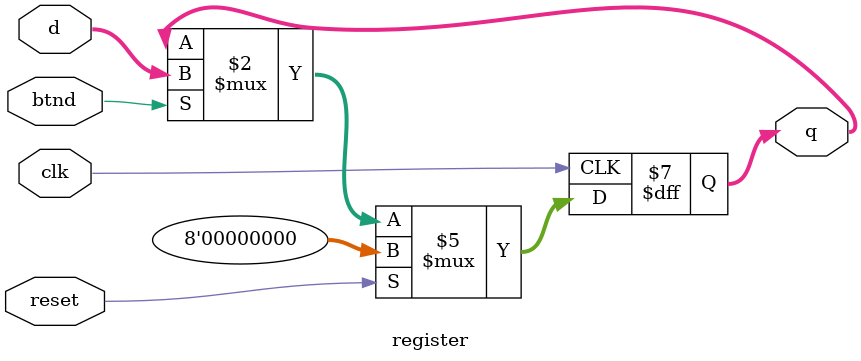
<source format=sv>
`timescale 1ns / 1ps


module register #(parameter N = 8)(input logic clk,
input logic reset,
input logic [N-1:0] d,
input logic btnd,
output logic [N-1:0] q);
always_ff @(posedge clk)
    if(reset) q <= 0;
    else if (btnd) q <= d;
endmodule
</source>
